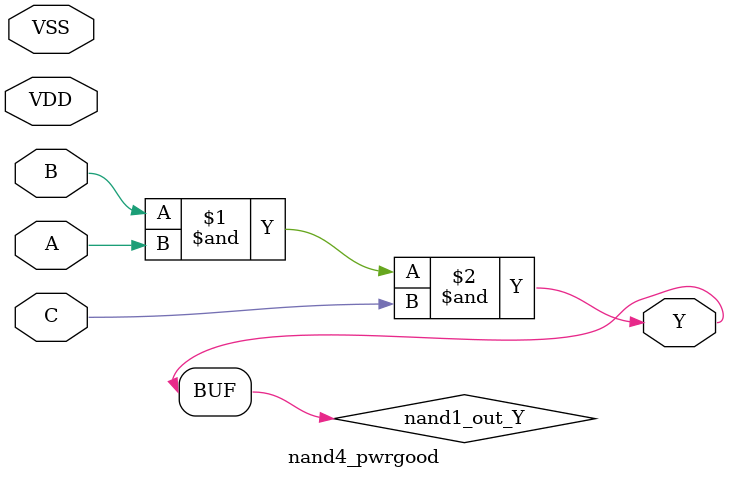
<source format=v>

module nand4_pwrgood (
    Y,
    A,
    B,
    C,
    VDD,
    VSS
);

    // Module ports
    output  Y   ;
    input   A   ;
    input   B   ;
    input   C   ;
    input   VDD ;
    input   VSS ;

    // Local signals
    wire nand0_out_Y      ;
    wire nand1_out_Y      ;
    wire nand2_out_Y      ;

    //                                 Name         Output             Other arguments
    nand                               nand0       (nand0_out_Y      , B, A, C                );
    nand                               nand1       (nand1_out_Y      , nand0_out_Y, nand0_out_Y);
    nand                               nand2       (nand2_out_Y      , nand1_out_Y, nand1_out_Y);
    not                                inv0         (Y                , nand2_out_Y);

endmodule

</source>
